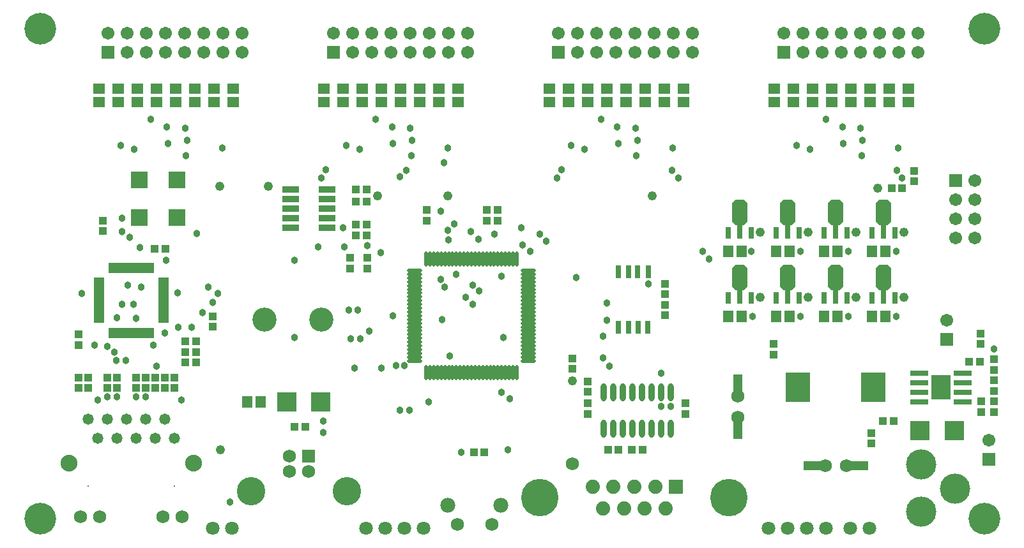
<source format=gts>
%FSLAX43Y43*%
%MOMM*%
%SFA1B1*%

%IPPOS*%
%AMD83*
4,1,8,-0.525780,-1.701800,0.525780,-1.701800,1.051560,-1.176020,1.051560,1.176020,0.525780,1.701800,-0.525780,1.701800,-1.051560,1.176020,-1.051560,-1.176020,-0.525780,-1.701800,0.0*
%
%ADD74R,1.102360X1.003300*%
%ADD75R,1.003300X1.102360*%
%ADD76R,2.504440X2.504440*%
%ADD77R,1.402080X1.602740*%
%ADD78O,2.004060X0.502920*%
%ADD79O,0.502920X2.004060*%
%ADD80R,0.711200X1.704340*%
%ADD81R,1.602740X1.402080*%
%ADD82O,0.802640X2.402840*%
G04~CAMADD=83~4~0.0~0.0~828.0~1340.0~0.0~207.0~0~0.0~0.0~0.0~0.0~0~0.0~0.0~0.0~0.0~0~0.0~0.0~0.0~180.0~828.0~1340.0*
%ADD83D83*%
%ADD84R,0.802640X1.602740*%
%ADD85R,0.802640X2.004060*%
%ADD86R,1.219200X2.743200*%
%ADD87R,3.251200X3.886200*%
%ADD88R,2.743200X1.219200*%
%ADD89R,2.603500X3.302000*%
%ADD90R,2.402840X0.652780*%
%ADD91R,2.235200X0.838200*%
%ADD92R,1.402080X0.502920*%
%ADD93R,0.502920X1.402080*%
%ADD94C,0.965200*%
%ADD95C,3.202940*%
%ADD96C,1.219200*%
%ADD97C,1.727200*%
%ADD98C,1.704340*%
%ADD99R,1.704340X1.704340*%
%ADD100C,1.981200*%
%ADD101C,1.803400*%
%ADD102C,4.013200*%
%ADD103R,1.704340X1.704340*%
%ADD104C,0.203200*%
%ADD105C,2.235200*%
%ADD106C,1.473200*%
%ADD107C,3.759200*%
%ADD108R,1.727200X1.727200*%
%ADD109C,4.963160*%
%ADD110R,1.892300X1.892300*%
%ADD111C,1.892300*%
%ADD112C,4.203700*%
%LNlp_led_cube_8x8x8-1*%
%LPD*%
G36*
X56050Y83649D02*
X53850D01*
Y85849*
X56050*
Y83649*
G37*
G36*
X51051D02*
X48851D01*
Y85849*
X51051*
Y83649*
G37*
G36*
X56050Y88648D02*
X53850D01*
Y90848*
X56050*
Y88648*
G37*
G36*
X51051D02*
X48851D01*
Y90848*
X51051*
Y88648*
G37*
G54D74*
X45084Y82991D03*
Y84394D03*
X59689Y70291D03*
Y71694D03*
X41909Y69281D03*
Y67878D03*
Y63566D03*
Y62163D03*
X43179Y63566D03*
Y62163D03*
X54609Y63566D03*
Y62163D03*
X53339D03*
Y63566D03*
X52069Y62163D03*
Y63566D03*
X50799Y62163D03*
Y63566D03*
X49529Y62163D03*
Y63566D03*
X46989Y62163D03*
Y63566D03*
X45719Y62163D03*
Y63566D03*
X122300Y60137D03*
Y58734D03*
X119633Y74609D03*
Y76012D03*
Y71815D03*
Y73218D03*
X107314Y64703D03*
Y66106D03*
X97408Y85791D03*
Y84388D03*
X96011Y85791D03*
Y84388D03*
X88010D03*
Y85791D03*
X80136Y78038D03*
Y79441D03*
X77850D03*
Y78038D03*
X152653Y89595D03*
Y90998D03*
X109346Y58734D03*
Y60137D03*
Y61655D03*
Y63058D03*
X163194Y58988D03*
Y60391D03*
X161543D03*
Y58988D03*
X163194Y61782D03*
Y63185D03*
Y64576D03*
Y65979D03*
X161416Y68005D03*
Y69408D03*
X133984Y68011D03*
Y66608D03*
X146938Y54797D03*
Y56200D03*
G54D75*
X57470Y68325D03*
X56067D03*
X53406Y80644D03*
X52003D03*
X57470Y66928D03*
X56067D03*
Y65531D03*
X57470D03*
X70545Y57022D03*
X71948D03*
X78673Y82422D03*
X80076D03*
X78673Y83819D03*
X80076D03*
X95697Y53593D03*
X94294D03*
X149666Y88645D03*
X151069D03*
X116652Y53974D03*
X115249D03*
X113477D03*
X112074D03*
X159953Y65658D03*
X161356D03*
X78673Y88518D03*
X80076D03*
X78673Y86867D03*
X80076D03*
X149926Y57784D03*
X148523D03*
G54D76*
X74005Y60324D03*
X69504D03*
X153451Y56514D03*
X157952D03*
G54D77*
X66050Y60324D03*
X64251D03*
X140705Y71627D03*
X142504D03*
X147055D03*
X148854D03*
X147055Y80263D03*
X148854D03*
X140705D03*
X142504D03*
X134355D03*
X136154D03*
X128005D03*
X129804D03*
X134355Y71627D03*
X136154D03*
X128005D03*
X129804D03*
G54D78*
X86431Y77754D03*
Y77254D03*
Y76756D03*
Y76255D03*
Y75755D03*
Y75255D03*
Y74754D03*
Y74254D03*
Y73753D03*
Y73256D03*
Y72755D03*
Y72255D03*
Y71754D03*
Y71254D03*
Y70754D03*
Y70253D03*
Y69756D03*
Y69255D03*
Y68755D03*
Y68254D03*
Y67754D03*
Y67254D03*
Y66753D03*
Y66255D03*
Y65755D03*
X101528D03*
Y66255D03*
Y66753D03*
Y67254D03*
Y67754D03*
Y68254D03*
Y68755D03*
Y69255D03*
Y69756D03*
Y70253D03*
Y70754D03*
Y71254D03*
Y71754D03*
Y72255D03*
Y72755D03*
Y73256D03*
Y73753D03*
Y74254D03*
Y74754D03*
Y75255D03*
Y75755D03*
Y76255D03*
Y76756D03*
Y77254D03*
Y77754D03*
G54D79*
X87980Y64206D03*
X88480D03*
X88978D03*
X89479D03*
X89979D03*
X90479D03*
X90980D03*
X91480D03*
X91981D03*
X92478D03*
X92979D03*
X93479D03*
X93979D03*
X94480D03*
X94980D03*
X95481D03*
X95978D03*
X96479D03*
X96979D03*
X97480D03*
X97980D03*
X98480D03*
X98981D03*
X99479D03*
X99979D03*
Y79303D03*
X99479D03*
X98981D03*
X98480D03*
X97980D03*
X97480D03*
X96979D03*
X96479D03*
X95978D03*
X95481D03*
X94980D03*
X94480D03*
X93979D03*
X93479D03*
X92979D03*
X92478D03*
X91981D03*
X91480D03*
X90980D03*
X90479D03*
X89979D03*
X89479D03*
X88978D03*
X88480D03*
X87980D03*
G54D80*
X113466Y70213D03*
X114767D03*
X116067D03*
X117368D03*
X117419Y77563D03*
X116017D03*
X114767D03*
X113466D03*
G54D81*
X87121Y100065D03*
Y101864D03*
X76961D03*
Y100065D03*
X89661D03*
Y101864D03*
X79501D03*
Y100065D03*
X82041Y101864D03*
Y100065D03*
X84581D03*
Y101864D03*
X141731D03*
Y100065D03*
X144271D03*
Y101864D03*
X109346D03*
Y100065D03*
X116966D03*
Y101864D03*
X119506Y100065D03*
Y101864D03*
X92201Y100065D03*
Y101864D03*
X74421D03*
Y100065D03*
X106806Y101864D03*
Y100065D03*
X114426D03*
Y101864D03*
X111886D03*
Y100065D03*
X146811D03*
Y101864D03*
X136651D03*
Y100065D03*
X149351D03*
Y101864D03*
X139191D03*
Y100065D03*
X122046D03*
Y101864D03*
X104266D03*
Y100065D03*
X134111Y101864D03*
Y100065D03*
X151891D03*
Y101864D03*
X52196D03*
Y100065D03*
X54736D03*
Y101864D03*
X49656D03*
Y100065D03*
X57276D03*
Y101864D03*
X47116D03*
Y100065D03*
X59816D03*
Y101864D03*
X44576D03*
Y100065D03*
X62356D03*
Y101864D03*
G54D82*
X120395Y61582D03*
X119125D03*
X117855D03*
X116585D03*
X115315D03*
X114045D03*
X112775D03*
X111505D03*
X120395Y56781D03*
X119125D03*
X117855D03*
X116585D03*
X115315D03*
X114045D03*
X112775D03*
X111505D03*
G54D83*
X142239Y85481D03*
X148589Y85470D03*
Y76834D03*
X142239D03*
X135889D03*
Y85470D03*
X129539D03*
Y76834D03*
G54D84*
X143741Y82781D03*
X140738D03*
X150091Y82770D03*
X147088D03*
X150091Y74134D03*
X147088D03*
X143741D03*
X140738D03*
X137391D03*
X134388D03*
X137391Y82770D03*
X134388D03*
X131041D03*
X128038D03*
X131041Y74134D03*
X128038D03*
G54D85*
X142239Y82981D03*
X148589Y82971D03*
Y74335D03*
X142239D03*
X135889D03*
Y82971D03*
X129539D03*
Y74335D03*
G54D86*
X129285Y62610D03*
Y56768D03*
G54D87*
X147256Y62229D03*
X137223D03*
G54D88*
X145160Y51815D03*
X139318D03*
G54D89*
X156209Y62229D03*
G54D90*
X153334Y60355D03*
Y62854D03*
Y64104D03*
Y61605D03*
X159085D03*
Y64104D03*
Y62854D03*
Y60355D03*
G54D91*
X74802Y88518D03*
Y87248D03*
Y85978D03*
Y84708D03*
Y83438D03*
X69976D03*
Y84708D03*
Y85978D03*
Y87248D03*
Y88518D03*
G54D92*
X44594Y76537D03*
Y76037D03*
Y75537D03*
Y75036D03*
Y74536D03*
Y74035D03*
Y73538D03*
Y73037D03*
Y72537D03*
Y72036D03*
Y71536D03*
Y71036D03*
X53195D03*
Y71536D03*
Y72036D03*
Y72537D03*
Y73037D03*
Y73538D03*
Y74035D03*
Y74536D03*
Y75036D03*
Y75537D03*
Y76037D03*
Y76537D03*
G54D93*
X46144Y69486D03*
X46644D03*
X47144D03*
X47645D03*
X48145D03*
X48646D03*
X49143D03*
X49644D03*
X50144D03*
X50645D03*
X51145D03*
X51645D03*
Y78087D03*
X51145D03*
X50645D03*
X50144D03*
X49644D03*
X49143D03*
X48646D03*
X48145D03*
X47645D03*
X47144D03*
X46644D03*
X46144D03*
G54D94*
X91693Y83946D03*
X90804Y83057D03*
X90931Y81787D03*
X48640Y82168D03*
X47624Y82930D03*
X48386Y75818D03*
X93852Y82930D03*
X91947Y77215D03*
X50037Y80771D03*
X50164Y75564D03*
X89915Y76580D03*
X42290Y74675D03*
X49148Y73278D03*
X90423Y75564D03*
X53466Y79120D03*
X54990Y74802D03*
X59054Y75564D03*
X94868Y81914D03*
X60324Y74675D03*
X59689Y73532D03*
X94106Y75818D03*
X94995Y75056D03*
X97916Y76961D03*
X119125Y64134D03*
X93217Y74167D03*
X94106Y73278D03*
X81914Y80136D03*
X77088Y80898D03*
X52196Y65023D03*
X58292Y72135D03*
X44008Y67878D03*
X51815Y67817D03*
X49529Y71373D03*
X53339Y69468D03*
X44449Y60578D03*
X55498D03*
X56895Y70230D03*
X55117D03*
X45719Y67690D03*
X46611Y66928D03*
X50799Y60959D03*
X49529D03*
X46862Y65785D03*
X48132D03*
X45719Y60959D03*
X46989D03*
X47624Y73278D03*
X80390Y69722D03*
X77977Y68706D03*
X79247D03*
X82041Y64769D03*
X78485D03*
X88264Y60324D03*
X74294Y57784D03*
Y56260D03*
X61975Y46989D03*
X84454Y59181D03*
X85724D03*
X99059Y60705D03*
X97980Y61594D03*
X112267Y65023D03*
X111378Y66166D03*
X125475Y79247D03*
X124586Y80263D03*
X101726D03*
X100710Y81152D03*
X111450Y69016D03*
X111886Y71119D03*
Y73405D03*
X117419Y76001D03*
X103885Y81660D03*
X102996Y82549D03*
X100583Y83438D03*
X97027Y82549D03*
X80136Y81025D03*
X76961Y83438D03*
X92661Y53593D03*
X150388Y91069D03*
X151023Y90053D03*
X105282Y90042D03*
X105917Y91099D03*
X90296Y92074D03*
X85343Y91058D03*
X84454Y90169D03*
X74040Y90042D03*
X74675Y91099D03*
X145795Y94995D03*
X145668Y92963D03*
X150494Y93979D03*
X145541Y96646D03*
X143128Y96773D03*
X140969Y97789D03*
X143255Y94614D03*
X138810Y93852D03*
X137032Y94360D03*
X115950Y94995D03*
X115823Y92963D03*
X120649Y93979D03*
X115696Y96646D03*
X113283Y96773D03*
X111124Y97789D03*
X113410Y94614D03*
X108965Y93852D03*
X107187Y94360D03*
X86105Y94995D03*
X85978Y92963D03*
X90804Y93979D03*
X85851Y96646D03*
X83438Y96773D03*
X81279Y97789D03*
X83565Y94614D03*
X79120Y93852D03*
X77342Y94360D03*
X56260Y94995D03*
X56133Y92963D03*
X60959Y93979D03*
X56006Y96646D03*
X53593Y96773D03*
X51434Y97789D03*
X53720Y94614D03*
X49275Y93852D03*
X47497Y94360D03*
X120522Y91058D03*
X121378Y90042D03*
X90042Y71246D03*
X119125Y59689D03*
X120395D03*
X163194Y67309D03*
X131190Y71627D03*
X137540D03*
X143890D03*
X150240D03*
Y80263D03*
X143890D03*
X137540D03*
X131063D03*
X47624Y84708D03*
X57530Y82676D03*
X46989Y71500D03*
X91058Y66420D03*
X98805Y53974D03*
X107822Y76834D03*
X98170Y68833D03*
X83565Y71777D03*
X73659Y80898D03*
X89915Y85597D03*
X83946Y65150D03*
X85089D03*
X78866Y72516D03*
X77723D03*
X70484Y68833D03*
Y79120D03*
G54D95*
X74061Y71246D03*
X66560D03*
G54D96*
X60705Y53974D03*
X147848Y88656D03*
X117952Y87629D03*
X90838D03*
X81533D03*
X67055Y88899D03*
X60578D03*
X107314Y63103D03*
X132206Y82803D03*
X138556D03*
X144906D03*
X151256D03*
X132206Y74167D03*
X138556D03*
X144906D03*
X151256D03*
G54D97*
X107314Y52069D03*
X129285Y58292D03*
Y61086D03*
X140842Y51815D03*
X143636D03*
X42163Y45084D03*
X44703D03*
X55625D03*
X53085D03*
X69849Y53149D03*
Y51117D03*
X72389D03*
X96710Y44068D03*
X92138D03*
G54D98*
X160654Y82067D03*
X158114D03*
X160654Y84607D03*
X158114D03*
X160654Y87147D03*
X158114D03*
X160654Y89687D03*
X156971Y71119D03*
X162559Y55244D03*
X63601Y109219D03*
Y106679D03*
X61061Y109219D03*
Y106679D03*
X58521Y109219D03*
Y106679D03*
X55981Y109219D03*
Y106679D03*
X53441Y109219D03*
Y106679D03*
X50901Y109219D03*
Y106679D03*
X48361Y109219D03*
Y106679D03*
X45821Y109219D03*
X93446D03*
Y106679D03*
X90906Y109219D03*
Y106679D03*
X88366Y109219D03*
Y106679D03*
X85826Y109219D03*
Y106679D03*
X83286Y109219D03*
Y106679D03*
X80746Y109219D03*
Y106679D03*
X78206Y109219D03*
Y106679D03*
X75666Y109219D03*
X123291D03*
Y106679D03*
X120751Y109219D03*
Y106679D03*
X118211Y109219D03*
Y106679D03*
X115671Y109219D03*
Y106679D03*
X113131Y109219D03*
Y106679D03*
X110591Y109219D03*
Y106679D03*
X108051Y109219D03*
Y106679D03*
X105511Y109219D03*
X153136D03*
Y106679D03*
X150596Y109219D03*
Y106679D03*
X148056Y109219D03*
Y106679D03*
X145516Y109219D03*
Y106679D03*
X142976Y109219D03*
Y106679D03*
X140436Y109219D03*
Y106679D03*
X137896Y109219D03*
Y106679D03*
X135356Y109219D03*
G54D99*
X158114Y89687D03*
X156971Y68579D03*
X162559Y52704D03*
G54D100*
X156209Y62229D03*
X97853Y46608D03*
X90868D03*
G54D101*
X133349Y43560D03*
X135889D03*
X138429D03*
X140969D03*
X144144D03*
X146684D03*
X59689D03*
X62229D03*
X80009D03*
X82549D03*
X85089D03*
X87629D03*
G54D102*
X153606Y52006D03*
X158051Y48831D03*
X153606Y45783D03*
G54D103*
X45821Y106679D03*
X75666D03*
X105511D03*
X135356D03*
G54D104*
X43179Y49148D03*
X54609D03*
G54D105*
X40639Y52196D03*
X57149D03*
G54D106*
X54609Y55498D03*
X52069D03*
X49529D03*
X53339Y58038D03*
X50799D03*
X48259D03*
X46989Y55498D03*
X45719Y58038D03*
X44449Y55498D03*
X43179Y58038D03*
G54D107*
X64769Y48450D03*
X77469D03*
G54D108*
X72389Y53149D03*
G54D109*
X103075Y47599D03*
X128064D03*
G54D110*
X121109Y49019D03*
G54D111*
X119725Y46179D03*
X118341Y49019D03*
X116954Y46179D03*
X115569Y49019D03*
X114185Y46179D03*
X112798Y49019D03*
X111414Y46179D03*
X110030Y49019D03*
G54D112*
X161924Y109854D03*
Y44830D03*
X36829D03*
Y109854D03*
M02*
</source>
